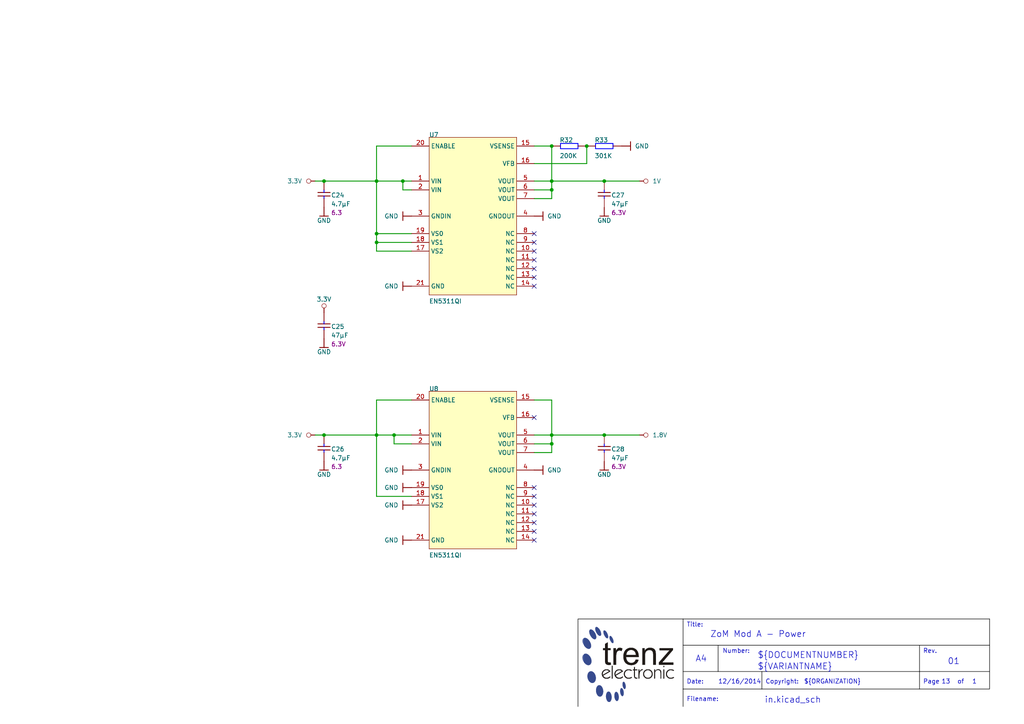
<source format=kicad_sch>
(kicad_sch (version 20230121) (generator eeschema)
  (paper "A4")
  (title_block (title "ZoM Mod A - Power") (date "12/16/2014") (rev "01"))
  (lib_symbols
    (symbol "POWER-altium-import:1.8V" (power)
      (property "Reference" "#PWR" (at 0 0 0))
      (property "Value" "1.8V" (at 0 3.81 0))
      (symbol "1.8V_0_0"
        (circle (center 0 -1.905) (radius 0.635) (stroke (width 0.127)))
        (polyline (pts (xy 0 0) (xy 0 -1.27)) (stroke (width 0.254)))
        (pin power_in line (at 0 0 0) (length 0) hide (name "1.8V") (number ""))
      )
    )
    (symbol "POWER-altium-import:1V" (power)
      (property "Reference" "#PWR" (at 0 0 0))
      (property "Value" "1V" (at 0 3.81 0))
      (symbol "1V_0_0"
        (circle (center 0 -1.905) (radius 0.635) (stroke (width 0.127)))
        (polyline (pts (xy 0 0) (xy 0 -1.27)) (stroke (width 0.254)))
        (pin power_in line (at 0 0 0) (length 0) hide (name "1V") (number ""))
      )
    )
    (symbol "POWER-altium-import:3.3V" (power)
      (property "Reference" "#PWR" (at 0 0 0))
      (property "Value" "3.3V" (at 0 3.81 0))
      (symbol "3.3V_0_0"
        (circle (center 0 -1.905) (radius 0.635) (stroke (width 0.127)))
        (polyline (pts (xy 0 0) (xy 0 -1.27)) (stroke (width 0.254)))
        (pin power_in line (at 0 0 0) (length 0) hide (name "3.3V") (number ""))
      )
    )
    (symbol "POWER-altium-import:GND" (power)
      (property "Reference" "#PWR" (at 0 0 0))
      (property "Value" "GND" (at 0 3.81 0))
      (symbol "GND_0_0"
        (polyline (pts (xy -1.27 -2.54) (xy 1.27 -2.54)) (stroke (width 0.254)))
        (polyline (pts (xy 0 0) (xy 0 -2.54)) (stroke (width 0.254)))
        (pin power_in line (at 0 0 0) (length 0) hide (name "GND") (number ""))
      )
    )
    (symbol "POWER-altium-import:root_0_CAP-NP"
      (symbol "root_0_CAP-NP_1_0"
        (polyline (pts (xy -1.778 -4.318) (xy 1.778 -4.318)) (stroke (width 0.254)))
        (polyline (pts (xy -1.778 -3.302) (xy 1.778 -3.302)) (stroke (width 0.254)))
        (polyline (pts (xy 0 -5.08) (xy 0 -4.318)) (stroke (width 0.254) (color 0 0 255 1)))
        (polyline (pts (xy 0 -2.54) (xy 0 -3.302)) (stroke (width 0.254) (color 0 0 255 1)))
        (pin passive line (at 0 0 270) (length 2.54) (name "1") (number "1"))
        (pin passive line (at 0 -7.62 90) (length 2.54) (name "2") (number "2"))
      )
    )
    (symbol "POWER-altium-import:root_0_EN5311QI"
      (symbol "root_0_EN5311QI_1_0"
        (rectangle (start 25.4 0) (end 0 -45.72) (fill (type background)))
        (pin power_in line (at -5.08 -12.7 0) (length 5.08) (name "VIN") (number "1"))
        (pin passive line (at 30.48 -33.02 180) (length 5.08) (name "NC") (number "10"))
        (pin passive line (at 30.48 -35.56 180) (length 5.08) (name "NC") (number "11"))
        (pin passive line (at 30.48 -38.1 180) (length 5.08) (name "NC") (number "12"))
        (pin passive line (at 30.48 -40.64 180) (length 5.08) (name "NC") (number "13"))
        (pin passive line (at 30.48 -43.18 180) (length 5.08) (name "NC") (number "14"))
        (pin input line (at 30.48 -2.54 180) (length 5.08) (name "VSENSE") (number "15"))
        (pin input line (at 30.48 -7.62 180) (length 5.08) (name "VFB") (number "16"))
        (pin input line (at -5.08 -33.02 0) (length 5.08) (name "VS2") (number "17"))
        (pin input line (at -5.08 -30.48 0) (length 5.08) (name "VS1") (number "18"))
        (pin input line (at -5.08 -27.94 0) (length 5.08) (name "VS0") (number "19"))
        (pin power_in line (at -5.08 -15.24 0) (length 5.08) (name "VIN") (number "2"))
        (pin input line (at -5.08 -2.54 0) (length 5.08) (name "ENABLE") (number "20"))
        (pin power_in line (at -5.08 -43.18 0) (length 5.08) (name "GND") (number "21"))
        (pin power_in line (at -5.08 -22.86 0) (length 5.08) (name "GNDIN") (number "3"))
        (pin power_in line (at 30.48 -22.86 180) (length 5.08) (name "GNDOUT") (number "4"))
        (pin power_in line (at 30.48 -12.7 180) (length 5.08) (name "VOUT") (number "5"))
        (pin power_in line (at 30.48 -15.24 180) (length 5.08) (name "VOUT") (number "6"))
        (pin power_in line (at 30.48 -17.78 180) (length 5.08) (name "VOUT") (number "7"))
        (pin passive line (at 30.48 -27.94 180) (length 5.08) (name "NC") (number "8"))
        (pin passive line (at 30.48 -30.48 180) (length 5.08) (name "NC") (number "9"))
      )
    )
    (symbol "POWER-altium-import:root_1_RES"
      (symbol "root_1_RES_1_0"
        (polyline (pts (xy 7.62 0) (xy 7.62 0.762) (xy 2.54 0.762) (xy 2.54 -0.762) (xy 7.62 -0.762) (xy 7.62 0)) (stroke (width 0.254) (color 0 0 255 1)))
        (pin passive line (at 0 0 0) (length 2.54) (name "1") (number "1"))
        (pin passive line (at 10.16 0 180) (length 2.54) (name "2") (number "2"))
      )
    )
  )
  (junction (at 109.22 70.3072))
  (junction (at 109.22 67.7672))
  (junction (at 160.02 128.7272))
  (junction (at 109.22 52.5272))
  (junction (at 93.98 52.5272))
  (junction (at 160.02 55.0672))
  (junction (at 160.02 126.1872))
  (junction (at 160.02 42.3672))
  (junction (at 93.98 126.1872))
  (junction (at 114.3 126.1872))
  (junction (at 175.26 126.1872))
  (junction (at 175.26 52.5272))
  (junction (at 160.02 52.5272))
  (junction (at 109.22 126.1872))
  (junction (at 170.18 42.3672))
  (junction (at 116.84 52.5272))
  (no_connect (at 154.94 80.4672))
  (no_connect (at 154.94 149.0472))
  (no_connect (at 154.94 67.7672))
  (no_connect (at 154.94 77.9272))
  (no_connect (at 154.94 146.5072))
  (no_connect (at 154.94 143.9672))
  (no_connect (at 154.94 156.6672))
  (no_connect (at 154.94 154.1272))
  (no_connect (at 154.94 83.0072))
  (no_connect (at 154.94 75.3872))
  (no_connect (at 154.94 141.4272))
  (no_connect (at 154.94 121.1072))
  (no_connect (at 154.94 70.3072))
  (no_connect (at 154.94 151.5872))
  (no_connect (at 154.94 72.8472))
  (wire (pts (xy 109.22 126.1872) (xy 93.98 126.1872)) (stroke (width 0.254)))
  (wire (pts (xy 116.84 52.5272) (xy 109.22 52.5272)) (stroke (width 0.254)))
  (wire (pts (xy 154.94 42.3672) (xy 160.02 42.3672)) (stroke (width 0.254)))
  (wire (pts (xy 160.02 131.2672) (xy 160.02 128.7272)) (stroke (width 0.254)))
  (wire (pts (xy 119.38 116.0272) (xy 109.22 116.0272)) (stroke (width 0.254)))
  (wire (pts (xy 109.22 52.5272) (xy 93.98 52.5272)) (stroke (width 0.254)))
  (wire (pts (xy 175.26 126.1872) (xy 160.02 126.1872)) (stroke (width 0.254)))
  (wire (pts (xy 160.02 52.5272) (xy 175.26 52.5272)) (stroke (width 0.254)))
  (wire (pts (xy 119.38 128.7272) (xy 114.3 128.7272)) (stroke (width 0.254)))
  (wire (pts (xy 119.38 42.3672) (xy 109.22 42.3672)) (stroke (width 0.254)))
  (wire (pts (xy 119.38 52.5272) (xy 116.84 52.5272)) (stroke (width 0.254)))
  (wire (pts (xy 93.98 52.5272) (xy 91.44 52.5272)) (stroke (width 0.254)))
  (wire (pts (xy 154.94 116.0272) (xy 160.02 116.0272)) (stroke (width 0.254)))
  (wire (pts (xy 119.38 67.7672) (xy 109.22 67.7672)) (stroke (width 0.254)))
  (wire (pts (xy 185.42 126.1872) (xy 175.26 126.1872)) (stroke (width 0.254)))
  (wire (pts (xy 119.38 72.8472) (xy 109.22 72.8472)) (stroke (width 0.254)))
  (wire (pts (xy 114.3 128.7272) (xy 114.3 126.1872)) (stroke (width 0.254)))
  (wire (pts (xy 160.02 42.3672) (xy 160.02 52.5272)) (stroke (width 0.254)))
  (wire (pts (xy 154.94 128.7272) (xy 160.02 128.7272)) (stroke (width 0.254)))
  (wire (pts (xy 175.26 52.5272) (xy 185.42 52.5272)) (stroke (width 0.254)))
  (wire (pts (xy 160.02 116.0272) (xy 160.02 126.1872)) (stroke (width 0.254)))
  (wire (pts (xy 109.22 42.3672) (xy 109.22 52.5272)) (stroke (width 0.254)))
  (wire (pts (xy 154.94 55.0672) (xy 160.02 55.0672)) (stroke (width 0.254)))
  (wire (pts (xy 119.38 55.0672) (xy 116.84 55.0672)) (stroke (width 0.254)))
  (wire (pts (xy 119.38 126.1872) (xy 114.3 126.1872)) (stroke (width 0.254)))
  (wire (pts (xy 93.98 126.1872) (xy 91.44 126.1872)) (stroke (width 0.254)))
  (wire (pts (xy 154.94 131.2672) (xy 160.02 131.2672)) (stroke (width 0.254)))
  (wire (pts (xy 170.18 47.4472) (xy 170.18 42.3672)) (stroke (width 0.254)))
  (wire (pts (xy 109.22 116.0272) (xy 109.22 126.1872)) (stroke (width 0.254)))
  (wire (pts (xy 160.02 128.7272) (xy 160.02 126.1872)) (stroke (width 0.254)))
  (wire (pts (xy 154.94 126.1872) (xy 160.02 126.1872)) (stroke (width 0.254)))
  (wire (pts (xy 116.84 55.0672) (xy 116.84 52.5272)) (stroke (width 0.254)))
  (wire (pts (xy 109.22 143.9672) (xy 109.22 126.1872)) (stroke (width 0.254)))
  (wire (pts (xy 109.22 70.3072) (xy 109.22 67.7672)) (stroke (width 0.254)))
  (wire (pts (xy 109.22 67.7672) (xy 109.22 52.5272)) (stroke (width 0.254)))
  (wire (pts (xy 160.02 57.6072) (xy 160.02 55.0672)) (stroke (width 0.254)))
  (wire (pts (xy 119.38 143.9672) (xy 109.22 143.9672)) (stroke (width 0.254)))
  (wire (pts (xy 154.94 57.6072) (xy 160.02 57.6072)) (stroke (width 0.254)))
  (wire (pts (xy 114.3 126.1872) (xy 109.22 126.1872)) (stroke (width 0.254)))
  (wire (pts (xy 109.22 70.3072) (xy 119.38 70.3072)) (stroke (width 0.254)))
  (wire (pts (xy 109.22 72.8472) (xy 109.22 70.3072)) (stroke (width 0.254)))
  (wire (pts (xy 154.94 52.5272) (xy 160.02 52.5272)) (stroke (width 0.254)))
  (wire (pts (xy 160.02 55.0672) (xy 160.02 52.5272)) (stroke (width 0.254)))
  (wire (pts (xy 154.94 47.4472) (xy 170.18 47.4472)) (stroke (width 0.254)))
  (polyline (pts (xy 167.64 204.9272) (xy 167.64 179.5272) (xy 198.12 179.5272)) (stroke (width 0) (type solid) (color 0 0 0 1)))
  (polyline (pts (xy 220.98 194.7672) (xy 220.98 199.8472)) (stroke (width 0) (type solid) (color 0 0 0 1)))
  (polyline (pts (xy 208.28 187.1472) (xy 208.28 194.7672) (xy 198.12 194.7672)) (stroke (width 0) (type solid) (color 0 0 0 1)))
  (polyline (pts (xy 198.12 199.8472) (xy 198.12 204.9272)) (stroke (width 0) (type solid) (color 0 0 0 1)))
  (polyline (pts (xy 208.28 194.7672) (xy 287.02 194.7672)) (stroke (width 0) (type solid) (color 0 0 0 1)))
  (polyline (pts (xy 266.7 194.7672) (xy 266.7 187.1472)) (stroke (width 0) (type solid) (color 0 0 0 1)))
  (polyline (pts (xy 266.7 194.7672) (xy 266.7 199.8472)) (stroke (width 0) (type solid) (color 0 0 0 1)))
  (polyline (pts (xy 198.12 199.8472) (xy 198.12 179.5272) (xy 287.02 179.5272)) (stroke (width 0) (type solid) (color 0 0 0 1)))
  (polyline (pts (xy 287.02 187.1472) (xy 198.12 187.1472)) (stroke (width 0) (type solid) (color 0 0 0 1)))
  (polyline (pts (xy 198.12 199.8472) (xy 287.02 199.8472) (xy 287.02 179.5272)) (stroke (width 0) (type solid) (color 0 0 0 1)))
  (image (at 182.245 192.7172) (scale 0.698446))
  (text "${##}" (at 281.94 198.5772 0) (effects (font (size 1.27 1.27)) (justify left bottom)))
  (text "Page" (at 267.716 198.5772 0) (effects (font (size 1.27 1.27)) (justify left bottom)))
  (text "${#}" (at 273.05 198.5772 0) (effects (font (size 1.27 1.27)) (justify left bottom)))
  (text "Rev." (at 267.716 189.6872 0) (effects (font (size 1.27 1.27)) (justify left bottom)))
  (text "${DOCUMENTNUMBER}" (at 219.71 191.2112 0) (effects (font (size 1.778 1.778)) (justify left bottom)))
  (text "of" (at 277.622 198.5772 0) (effects (font (size 1.27 1.27)) (justify left bottom)))
  (text "Filename:" (at 199.136 203.6572 0) (effects (font (size 1.27 1.27)) (justify left bottom)))
  (text "Copyright:" (at 221.996 198.5772 0) (effects (font (size 1.27 1.27)) (justify left bottom)))
  (text "${VARIANTNAME}" (at 219.71 194.5132 0) (effects (font (size 1.778 1.778)) (justify left bottom)))
  (text "${TITLE}" (at 205.994 185.1152 0) (effects (font (size 1.778 1.778)) (justify left bottom)))
  (text "A4" (at 201.676 192.2272 0) (effects (font (size 1.778 1.778)) (justify left bottom)))
  (text "Title:" (at 199.136 182.0672 0) (effects (font (size 1.27 1.27)) (justify left bottom)))
  (text "Number:" (at 209.55 189.6872 0) (effects (font (size 1.27 1.27)) (justify left bottom)))
  (text "${ISSUE_DATE}" (at 208.28 198.5772 0) (effects (font (size 1.27 1.27)) (justify left bottom)))
  (text "${REVISION}" (at 274.828 192.9892 0) (effects (font (size 1.778 1.778)) (justify left bottom)))
  (text "${FILENAME}" (at 221.742 204.1652 0) (effects (font (size 1.778 1.778)) (justify left bottom)))
  (text "Date:" (at 199.136 198.5772 0) (effects (font (size 1.27 1.27)) (justify left bottom)))
  (text "${ORGANIZATION}" (at 233.172 198.5772 0) (effects (font (size 1.27 1.27)) (justify left bottom)))
  (symbol (lib_id "POWER-altium-import:1V") (at 185.42 52.5272 90) (unit 1)
    (property "Reference" "#PWR?" (effects hide))
    (property "Value" "1V" (at 189.23 52.5272 90) (effects (justify right)))
  )
  (symbol (lib_id "POWER-altium-import:GND") (at 119.38 146.5072 270) (unit 1)
    (property "Reference" "#PWR?" (effects hide))
    (property "Value" "GND" (at 115.57 146.5072 90) (effects (justify right)))
  )
  (symbol (lib_id "POWER-altium-import:GND") (at 119.38 83.0072 270) (unit 1)
    (property "Reference" "#PWR?" (effects hide))
    (property "Value" "GND" (at 115.57 83.0072 90) (effects (justify right)))
  )
  (symbol (lib_id "POWER-altium-import:GND") (at 180.34 42.3672 90) (unit 1)
    (property "Reference" "#PWR?" (effects hide))
    (property "Value" "GND" (at 184.15 42.3672 90) (effects (justify right)))
  )
  (symbol (lib_id "POWER-altium-import:root_0_EN5311QI") (at 124.46 113.4872 0) (unit 1)
    (property "Reference" "U8" (at 124.46 113.4872 0) (effects (justify left bottom)))
    (property "Value" "EN5311QI" (at 124.46 161.7472 0) (effects (justify left bottom)))
    (property "Footprint" "EN5311QI" (effects hide))
    (property "AN" "25492" (effects hide))
    (property "CASE" "QFN20" (effects hide))
    (property "MIXED" "SMT" (effects hide))
    (property "TRENZ-STOCK" "Yes" (effects hide))
    (property "HELPURL" "B~{:}A~{D}adli~{b}datashee~{t}EN5311QI" (effects hide))
    (property "PREFERRED" "Yes" (effects hide))
  )
  (symbol (lib_id "POWER-altium-import:3.3V") (at 91.44 126.1872 270) (unit 1)
    (property "Reference" "#PWR?" (effects hide))
    (property "Value" "3.3V" (at 87.63 126.1872 90) (effects (justify right)))
  )
  (symbol (lib_id "POWER-altium-import:GND") (at 154.94 136.3472 90) (unit 1)
    (property "Reference" "#PWR?" (effects hide))
    (property "Value" "GND" (at 158.75 136.3472 90) (effects (justify right)))
  )
  (symbol (lib_id "POWER-altium-import:GND") (at 119.38 62.6872 270) (unit 1)
    (property "Reference" "#PWR?" (effects hide))
    (property "Value" "GND" (at 115.57 62.6872 90) (effects (justify right)))
  )
  (symbol (lib_id "POWER-altium-import:GND") (at 119.38 156.6672 270) (unit 1)
    (property "Reference" "#PWR?" (effects hide))
    (property "Value" "GND" (at 115.57 156.6672 90) (effects (justify right)))
  )
  (symbol (lib_id "POWER-altium-import:root_0_CAP-NP") (at 175.26 126.1872 0) (unit 1)
    (property "Reference" "C28" (at 177.292 131.0132 0) (effects (justify left bottom)))
    (property "Value" "47µF" (at 177.292 133.5532 0) (effects (justify left bottom)))
    (property "Footprint" "CAPC3216X180N" (effects hide))
    (property "AN" "24557" (effects hide))
    (property "VOLTAGE" "6.3V" (at 177.292 136.0932 0) (effects (justify left bottom)))
    (property "TECHNOLOGY" "X5R" (effects hide))
    (property "CASE" "3216 (1206)" (effects hide))
    (property "TOLERANCE" "20%" (effects hide))
    (property "MIXED" "SMT" (effects hide))
    (property "ALTIUM_VALUE" "47u" (effects hide))
    (property "PREFERRED" "Yes" (effects hide))
  )
  (symbol (lib_id "POWER-altium-import:1.8V") (at 185.42 126.1872 90) (unit 1)
    (property "Reference" "#PWR?" (effects hide))
    (property "Value" "1.8V" (at 189.23 126.1872 90) (effects (justify right)))
  )
  (symbol (lib_id "POWER-altium-import:GND") (at 175.26 60.1472 0) (unit 1)
    (property "Reference" "#PWR?" (effects hide))
    (property "Value" "GND" (at 175.26 63.9572 0))
  )
  (symbol (lib_id "POWER-altium-import:GND") (at 119.38 136.3472 270) (unit 1)
    (property "Reference" "#PWR?" (effects hide))
    (property "Value" "GND" (at 115.57 136.3472 90) (effects (justify right)))
  )
  (symbol (lib_id "POWER-altium-import:GND") (at 175.26 133.8072 0) (unit 1)
    (property "Reference" "#PWR?" (effects hide))
    (property "Value" "GND" (at 175.26 137.6172 0))
  )
  (symbol (lib_id "POWER-altium-import:GND") (at 93.98 133.8072 0) (unit 1)
    (property "Reference" "#PWR?" (effects hide))
    (property "Value" "GND" (at 93.98 137.6172 0))
  )
  (symbol (lib_id "POWER-altium-import:GND") (at 154.94 62.6872 90) (unit 1)
    (property "Reference" "#PWR?" (effects hide))
    (property "Value" "GND" (at 158.75 62.6872 90) (effects (justify right)))
  )
  (symbol (lib_id "POWER-altium-import:root_1_RES") (at 160.02 42.3672 0) (unit 1)
    (property "Reference" "R32" (at 162.306 41.3512 0) (effects (justify left bottom)))
    (property "Value" "200K" (at 162.306 45.9232 0) (effects (justify left bottom)))
    (property "Footprint" "RESC1005X40N" (effects hide))
    (property "AN" "23846" (effects hide))
    (property "CASE" "1005 (0402)" (effects hide))
    (property "MIXED" "SMT" (effects hide))
    (property "ALTIUM_VALUE" "200K" (effects hide))
    (property "PREFERRED" "Yes" (effects hide))
  )
  (symbol (lib_id "POWER-altium-import:root_0_EN5311QI") (at 124.46 39.8272 0) (unit 1)
    (property "Reference" "U7" (at 124.46 39.8272 0) (effects (justify left bottom)))
    (property "Value" "EN5311QI" (at 124.46 88.0872 0) (effects (justify left bottom)))
    (property "Footprint" "EN5311QI" (effects hide))
    (property "AN" "25492" (effects hide))
    (property "CASE" "QFN20" (effects hide))
    (property "MIXED" "SMT" (effects hide))
    (property "TRENZ-STOCK" "Yes" (effects hide))
    (property "HELPURL" "B~{:}A~{D}adli~{b}datashee~{t}EN5311QI" (effects hide))
    (property "PREFERRED" "Yes" (effects hide))
  )
  (symbol (lib_id "POWER-altium-import:GND") (at 119.38 141.4272 270) (unit 1)
    (property "Reference" "#PWR?" (effects hide))
    (property "Value" "GND" (at 115.57 141.4272 90) (effects (justify right)))
  )
  (symbol (lib_id "POWER-altium-import:3.3V") (at 93.98 90.6272 180) (unit 1)
    (property "Reference" "#PWR?" (effects hide))
    (property "Value" "3.3V" (at 93.98 86.8172 0))
  )
  (symbol (lib_id "POWER-altium-import:root_0_CAP-NP") (at 93.98 126.1872 0) (unit 1)
    (property "Reference" "C26" (at 96.012 131.0132 0) (effects (justify left bottom)))
    (property "Value" "4.7µF" (at 96.012 133.5532 0) (effects (justify left bottom)))
    (property "Footprint" "CAPC1005X60N" (effects hide))
    (property "AN" "24719" (effects hide))
    (property "VOLTAGE" "6.3" (at 96.012 136.0932 0) (effects (justify left bottom)))
    (property "TECHNOLOGY" "X5R" (effects hide))
    (property "CASE" "1005 (0402)" (effects hide))
    (property "MIXED" "SMT" (effects hide))
    (property "ALTIUM_VALUE" "4.7u" (effects hide))
    (property "PREFERRED" "Yes" (effects hide))
  )
  (symbol (lib_id "POWER-altium-import:3.3V") (at 91.44 52.5272 270) (unit 1)
    (property "Reference" "#PWR?" (effects hide))
    (property "Value" "3.3V" (at 87.63 52.5272 90) (effects (justify right)))
  )
  (symbol (lib_id "POWER-altium-import:GND") (at 93.98 98.2472 0) (unit 1)
    (property "Reference" "#PWR?" (effects hide))
    (property "Value" "GND" (at 93.98 102.0572 0))
  )
  (symbol (lib_id "POWER-altium-import:root_0_CAP-NP") (at 93.98 90.6272 0) (unit 1)
    (property "Reference" "C25" (at 96.012 95.4532 0) (effects (justify left bottom)))
    (property "Value" "47µF" (at 96.012 97.9932 0) (effects (justify left bottom)))
    (property "Footprint" "CAPC3216X180N" (effects hide))
    (property "AN" "24557" (effects hide))
    (property "VOLTAGE" "6.3V" (at 96.012 100.5332 0) (effects (justify left bottom)))
    (property "TECHNOLOGY" "X5R" (effects hide))
    (property "CASE" "3216 (1206)" (effects hide))
    (property "TOLERANCE" "20%" (effects hide))
    (property "MIXED" "SMT" (effects hide))
    (property "ALTIUM_VALUE" "47u" (effects hide))
    (property "PREFERRED" "Yes" (effects hide))
  )
  (symbol (lib_id "POWER-altium-import:root_1_RES") (at 170.18 42.3672 0) (unit 1)
    (property "Reference" "R33" (at 172.466 41.3512 0) (effects (justify left bottom)))
    (property "Value" "301K" (at 172.466 45.9232 0) (effects (justify left bottom)))
    (property "Footprint" "RESC1005X40N" (effects hide))
    (property "AN" "26224" (effects hide))
    (property "TOLERANCE" "1%" (effects hide))
    (property "CASE" "1005 (0402)" (effects hide))
    (property "MIXED" "SMT" (effects hide))
    (property "ALTIUM_VALUE" "301k" (effects hide))
  )
  (symbol (lib_id "POWER-altium-import:GND") (at 93.98 60.1472 0) (unit 1)
    (property "Reference" "#PWR?" (effects hide))
    (property "Value" "GND" (at 93.98 63.9572 0))
  )
  (symbol (lib_id "POWER-altium-import:root_0_CAP-NP") (at 93.98 52.5272 0) (unit 1)
    (property "Reference" "C24" (at 96.012 57.3532 0) (effects (justify left bottom)))
    (property "Value" "4.7µF" (at 96.012 59.8932 0) (effects (justify left bottom)))
    (property "Footprint" "CAPC1005X60N" (effects hide))
    (property "AN" "24719" (effects hide))
    (property "VOLTAGE" "6.3" (at 96.012 62.4332 0) (effects (justify left bottom)))
    (property "TECHNOLOGY" "X5R" (effects hide))
    (property "CASE" "1005 (0402)" (effects hide))
    (property "MIXED" "SMT" (effects hide))
    (property "ALTIUM_VALUE" "4.7u" (effects hide))
    (property "PREFERRED" "Yes" (effects hide))
  )
  (symbol (lib_id "POWER-altium-import:root_0_CAP-NP") (at 175.26 52.5272 0) (unit 1)
    (property "Reference" "C27" (at 177.292 57.3532 0) (effects (justify left bottom)))
    (property "Value" "47µF" (at 177.292 59.8932 0) (effects (justify left bottom)))
    (property "Footprint" "CAPC3216X180N" (effects hide))
    (property "AN" "24557" (effects hide))
    (property "VOLTAGE" "6.3V" (at 177.292 62.4332 0) (effects (justify left bottom)))
    (property "TECHNOLOGY" "X5R" (effects hide))
    (property "CASE" "3216 (1206)" (effects hide))
    (property "TOLERANCE" "20%" (effects hide))
    (property "MIXED" "SMT" (effects hide))
    (property "ALTIUM_VALUE" "47u" (effects hide))
    (property "PREFERRED" "Yes" (effects hide))
  )
)
</source>
